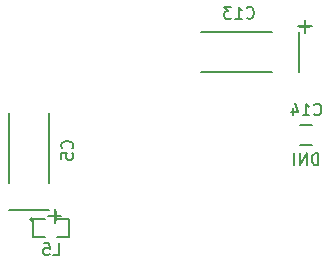
<source format=gbo>
%FSLAX46Y46*%
G04 Gerber Fmt 4.6, Leading zero omitted, Abs format (unit mm)*
G04 Created by KiCad (PCBNEW (2014-10-27 BZR 5228)-product) date 19/01/2015 07:29:33*
%MOMM*%
G01*
G04 APERTURE LIST*
%ADD10C,0.100000*%
%ADD11C,0.150000*%
G04 APERTURE END LIST*
D10*
D11*
X133076000Y-118338000D02*
G75*
G03X133076000Y-118338000I-127000J0D01*
G01*
X134092000Y-118338000D02*
X133076000Y-118338000D01*
X133076000Y-118338000D02*
X133076000Y-119862000D01*
X133076000Y-119862000D02*
X134092000Y-119862000D01*
X135108000Y-119862000D02*
X136124000Y-119862000D01*
X136124000Y-119862000D02*
X136124000Y-118338000D01*
X136124000Y-118338000D02*
X135108000Y-118338000D01*
X134399260Y-117550180D02*
X131000740Y-117550180D01*
X131000740Y-109300260D02*
X131000740Y-115299740D01*
X134399260Y-109300260D02*
X134399260Y-115299740D01*
X135402560Y-118053100D02*
X134302740Y-118053100D01*
X134902180Y-118652540D02*
X134902180Y-117453660D01*
X155550180Y-102500740D02*
X155550180Y-105899260D01*
X147300260Y-105899260D02*
X153299740Y-105899260D01*
X147300260Y-102500740D02*
X153299740Y-102500740D01*
X156053100Y-101497440D02*
X156053100Y-102597260D01*
X156652540Y-101997820D02*
X155453660Y-101997820D01*
X155700000Y-110350000D02*
X156700000Y-110350000D01*
X156700000Y-112050000D02*
X155700000Y-112050000D01*
X134766666Y-121352381D02*
X135242857Y-121352381D01*
X135242857Y-120352381D01*
X133957142Y-120352381D02*
X134433333Y-120352381D01*
X134480952Y-120828571D01*
X134433333Y-120780952D01*
X134338095Y-120733333D01*
X134099999Y-120733333D01*
X134004761Y-120780952D01*
X133957142Y-120828571D01*
X133909523Y-120923810D01*
X133909523Y-121161905D01*
X133957142Y-121257143D01*
X134004761Y-121304762D01*
X134099999Y-121352381D01*
X134338095Y-121352381D01*
X134433333Y-121304762D01*
X134480952Y-121257143D01*
X136356603Y-112333994D02*
X136404222Y-112286375D01*
X136451841Y-112143518D01*
X136451841Y-112048280D01*
X136404222Y-111905422D01*
X136308984Y-111810184D01*
X136213746Y-111762565D01*
X136023270Y-111714946D01*
X135880412Y-111714946D01*
X135689936Y-111762565D01*
X135594698Y-111810184D01*
X135499460Y-111905422D01*
X135451841Y-112048280D01*
X135451841Y-112143518D01*
X135499460Y-112286375D01*
X135547079Y-112333994D01*
X135451841Y-113238756D02*
X135451841Y-112762565D01*
X135928031Y-112714946D01*
X135880412Y-112762565D01*
X135832793Y-112857803D01*
X135832793Y-113095899D01*
X135880412Y-113191137D01*
X135928031Y-113238756D01*
X136023270Y-113286375D01*
X136261365Y-113286375D01*
X136356603Y-113238756D01*
X136404222Y-113191137D01*
X136451841Y-113095899D01*
X136451841Y-112857803D01*
X136404222Y-112762565D01*
X136356603Y-112714946D01*
X134971069Y-117669608D02*
X134971069Y-118431513D01*
X135352021Y-118050561D02*
X134590116Y-118050561D01*
X151143517Y-101257683D02*
X151191136Y-101305302D01*
X151333993Y-101352921D01*
X151429231Y-101352921D01*
X151572089Y-101305302D01*
X151667327Y-101210064D01*
X151714946Y-101114826D01*
X151762565Y-100924350D01*
X151762565Y-100781492D01*
X151714946Y-100591016D01*
X151667327Y-100495778D01*
X151572089Y-100400540D01*
X151429231Y-100352921D01*
X151333993Y-100352921D01*
X151191136Y-100400540D01*
X151143517Y-100448159D01*
X150191136Y-101352921D02*
X150762565Y-101352921D01*
X150476851Y-101352921D02*
X150476851Y-100352921D01*
X150572089Y-100495778D01*
X150667327Y-100591016D01*
X150762565Y-100638635D01*
X149857803Y-100352921D02*
X149238755Y-100352921D01*
X149572089Y-100733873D01*
X149429231Y-100733873D01*
X149333993Y-100781492D01*
X149286374Y-100829111D01*
X149238755Y-100924350D01*
X149238755Y-101162445D01*
X149286374Y-101257683D01*
X149333993Y-101305302D01*
X149429231Y-101352921D01*
X149714946Y-101352921D01*
X149810184Y-101305302D01*
X149857803Y-101257683D01*
X156431512Y-102071789D02*
X155669607Y-102071789D01*
X156050559Y-102452741D02*
X156050559Y-101690836D01*
X156842857Y-109457143D02*
X156890476Y-109504762D01*
X157033333Y-109552381D01*
X157128571Y-109552381D01*
X157271429Y-109504762D01*
X157366667Y-109409524D01*
X157414286Y-109314286D01*
X157461905Y-109123810D01*
X157461905Y-108980952D01*
X157414286Y-108790476D01*
X157366667Y-108695238D01*
X157271429Y-108600000D01*
X157128571Y-108552381D01*
X157033333Y-108552381D01*
X156890476Y-108600000D01*
X156842857Y-108647619D01*
X155890476Y-109552381D02*
X156461905Y-109552381D01*
X156176191Y-109552381D02*
X156176191Y-108552381D01*
X156271429Y-108695238D01*
X156366667Y-108790476D01*
X156461905Y-108838095D01*
X155033333Y-108885714D02*
X155033333Y-109552381D01*
X155271429Y-108504762D02*
X155509524Y-109219048D01*
X154890476Y-109219048D01*
X157223809Y-113752381D02*
X157223809Y-112752381D01*
X156985714Y-112752381D01*
X156842856Y-112800000D01*
X156747618Y-112895238D01*
X156699999Y-112990476D01*
X156652380Y-113180952D01*
X156652380Y-113323810D01*
X156699999Y-113514286D01*
X156747618Y-113609524D01*
X156842856Y-113704762D01*
X156985714Y-113752381D01*
X157223809Y-113752381D01*
X156223809Y-113752381D02*
X156223809Y-112752381D01*
X155652380Y-113752381D01*
X155652380Y-112752381D01*
X155176190Y-113752381D02*
X155176190Y-112752381D01*
M02*

</source>
